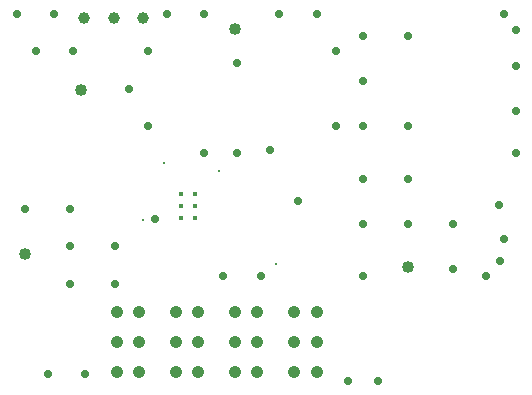
<source format=gbr>
%TF.GenerationSoftware,Altium Limited,Altium Designer,24.2.2 (26)*%
G04 Layer_Color=0*
%FSLAX45Y45*%
%MOMM*%
%TF.SameCoordinates,E368293F-65CA-4DDE-B1C5-A9725366A021*%
%TF.FilePolarity,Positive*%
%TF.FileFunction,Plated,1,4,PTH,Drill*%
%TF.Part,Single*%
G01*
G75*
%TA.AperFunction,ComponentDrill*%
%ADD58C,1.02000*%
%ADD59C,1.00000*%
%ADD60C,1.04000*%
%TA.AperFunction,ViaDrill,NotFilled*%
%ADD61C,0.71120*%
%ADD62C,0.30480*%
%ADD63C,0.40640*%
D58*
X1295400Y2590800D02*
D03*
X2603500Y3111500D02*
D03*
X4064000Y1094740D02*
D03*
X825500Y1206500D02*
D03*
D59*
X1324800Y3200400D02*
D03*
X1574800D02*
D03*
X1824800D02*
D03*
D60*
X1792710Y208800D02*
D03*
X1604710D02*
D03*
X1792710Y462800D02*
D03*
X1604710D02*
D03*
X1792710Y716800D02*
D03*
X1604710D02*
D03*
X3292710Y208800D02*
D03*
X3104710D02*
D03*
X3292710Y462800D02*
D03*
X3104710D02*
D03*
X3292710Y716800D02*
D03*
X3104710D02*
D03*
X2792710Y208800D02*
D03*
X2604710D02*
D03*
X2792710Y462800D02*
D03*
X2604710D02*
D03*
X2792710Y716800D02*
D03*
X2604710D02*
D03*
X2292710Y208800D02*
D03*
X2104710D02*
D03*
X2292710Y462800D02*
D03*
X2104710D02*
D03*
X2292710Y716800D02*
D03*
X2104710D02*
D03*
D61*
X4883150Y3238500D02*
D03*
Y1333500D02*
D03*
X4724400Y1016000D02*
D03*
X3295650Y3238500D02*
D03*
X3454400Y2921000D02*
D03*
Y2286000D02*
D03*
X2978150Y3238500D02*
D03*
X3136900Y1651000D02*
D03*
X2819400Y1016000D02*
D03*
X2343150Y3238500D02*
D03*
X2501900Y1016000D02*
D03*
X2025650Y3238500D02*
D03*
X1866900Y2921000D02*
D03*
X1708150Y2603500D02*
D03*
X1866900Y2286000D02*
D03*
X1073150Y3238500D02*
D03*
X1231900Y2921000D02*
D03*
X755650Y3238500D02*
D03*
X914400Y2921000D02*
D03*
X1920869Y1500052D02*
D03*
X2336800Y2057400D02*
D03*
X4978400Y3098800D02*
D03*
Y2794000D02*
D03*
Y2057400D02*
D03*
Y2413000D02*
D03*
X4846398Y1143628D02*
D03*
X4839863Y1622919D02*
D03*
X4445000Y1079500D02*
D03*
Y1460500D02*
D03*
X4064000Y3048000D02*
D03*
X3683000D02*
D03*
X3810000Y127000D02*
D03*
X3556000D02*
D03*
X1333500Y190500D02*
D03*
X1016000D02*
D03*
X1587500Y952500D02*
D03*
X1206500D02*
D03*
X825500Y1587500D02*
D03*
X1206500D02*
D03*
Y1270000D02*
D03*
X1587500D02*
D03*
X3683000Y2667000D02*
D03*
X4064000Y2286000D02*
D03*
X3683000D02*
D03*
X4064000Y1841500D02*
D03*
Y1460500D02*
D03*
X3683000Y1841500D02*
D03*
Y1460500D02*
D03*
Y1016000D02*
D03*
X2895600Y2082800D02*
D03*
X2616200Y2057400D02*
D03*
Y2819400D02*
D03*
D62*
X2004196Y1975173D02*
D03*
X1823714Y1492828D02*
D03*
X2946400Y1117600D02*
D03*
X2463800Y1905000D02*
D03*
D63*
X2266460Y1508760D02*
D03*
X2142260D02*
D03*
X2266460Y1610360D02*
D03*
X2142260D02*
D03*
X2266460Y1711960D02*
D03*
X2142260D02*
D03*
%TF.MD5,31f7eeaddcf6288859f38e6698b62f76*%
M02*

</source>
